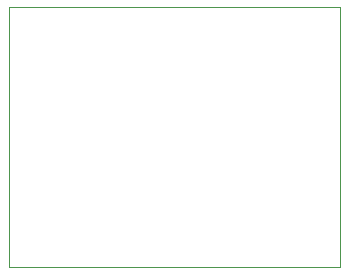
<source format=gbr>
G04 (created by PCBNEW (2013-mar-13)-testing) date Wed 05 Feb 2014 03:02:11 PM CET*
%MOIN*%
G04 Gerber Fmt 3.4, Leading zero omitted, Abs format*
%FSLAX34Y34*%
G01*
G70*
G90*
G04 APERTURE LIST*
%ADD10C,0.005906*%
%ADD11C,0.003937*%
G04 APERTURE END LIST*
G54D10*
G54D11*
X51181Y-48425D02*
X51181Y-39763D01*
X62204Y-48425D02*
X51181Y-48425D01*
X62204Y-39763D02*
X62204Y-48425D01*
X51181Y-39763D02*
X62204Y-39763D01*
M02*

</source>
